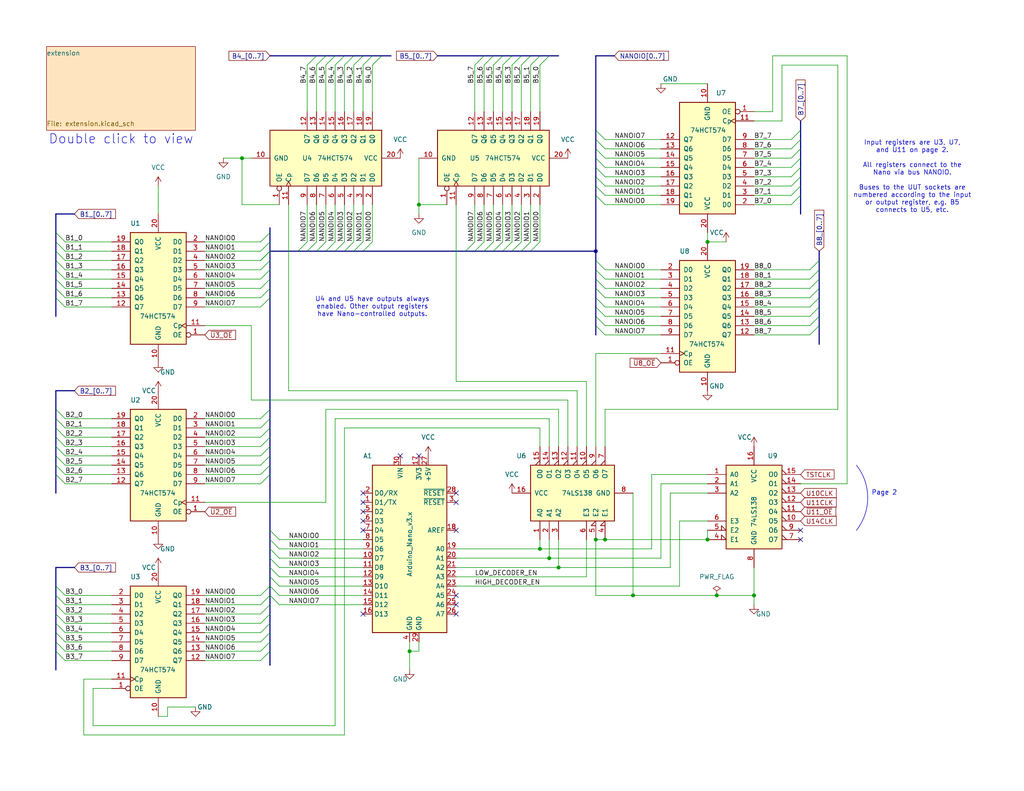
<source format=kicad_sch>
(kicad_sch (version 20231120) (generator "eeschema") (generator_version "8.0")
  (paper "USLetter")
  (title_block (title "Chip Exerciser") (company "Wholly Unnecessary Technologies (WUT)"))
  (lib_symbols
    (symbol "74xx:74HCT574" (pin_names (offset 1.016))
      (property "Reference" "U" (at -7.62 16.51 0))
      (property "Value" "74HCT574" (at -7.62 -16.51 0))
      (symbol "74HCT574_1_0"
        (pin input inverted (at -12.7 -12.7 0) (length 5.08) (name "OE") (number "1"))
        (pin power_in line (at 0 -20.32 90) (length 5.08) (name "GND") (number "10"))
        (pin input clock (at -12.7 -10.16 0) (length 5.08) (name "Cp") (number "11"))
        (pin tri_state line (at 12.7 -5.08 180) (length 5.08) (name "Q7") (number "12"))
        (pin tri_state line (at 12.7 -2.54 180) (length 5.08) (name "Q6") (number "13"))
        (pin tri_state line (at 12.7 0 180) (length 5.08) (name "Q5") (number "14"))
        (pin tri_state line (at 12.7 2.54 180) (length 5.08) (name "Q4") (number "15"))
        (pin tri_state line (at 12.7 5.08 180) (length 5.08) (name "Q3") (number "16"))
        (pin tri_state line (at 12.7 7.62 180) (length 5.08) (name "Q2") (number "17"))
        (pin tri_state line (at 12.7 10.16 180) (length 5.08) (name "Q1") (number "18"))
        (pin tri_state line (at 12.7 12.7 180) (length 5.08) (name "Q0") (number "19"))
        (pin input line (at -12.7 12.7 0) (length 5.08) (name "D0") (number "2"))
        (pin power_in line (at 0 20.32 270) (length 5.08) (name "VCC") (number "20"))
        (pin input line (at -12.7 10.16 0) (length 5.08) (name "D1") (number "3"))
        (pin input line (at -12.7 7.62 0) (length 5.08) (name "D2") (number "4"))
        (pin input line (at -12.7 5.08 0) (length 5.08) (name "D3") (number "5"))
        (pin input line (at -12.7 2.54 0) (length 5.08) (name "D4") (number "6"))
        (pin input line (at -12.7 0 0) (length 5.08) (name "D5") (number "7"))
        (pin input line (at -12.7 -2.54 0) (length 5.08) (name "D6") (number "8"))
        (pin input line (at -12.7 -5.08 0) (length 5.08) (name "D7") (number "9"))
      )
      (symbol "74HCT574_1_1"
        (rectangle (start -7.62 15.24) (end 7.62 -15.24) (stroke (width 0.254)) (fill (type background)))
      )
    )
    (symbol "74xx:74LS138" (pin_names (offset 1.016))
      (property "Reference" "U" (at -7.62 11.43 0))
      (property "Value" "74LS138" (at -7.62 -13.97 0))
      (symbol "74LS138_1_0"
        (pin input line (at -12.7 7.62 0) (length 5.08) (name "A0") (number "1"))
        (pin output output_low (at 12.7 -5.08 180) (length 5.08) (name "O5") (number "10"))
        (pin output output_low (at 12.7 -2.54 180) (length 5.08) (name "O4") (number "11"))
        (pin output output_low (at 12.7 0 180) (length 5.08) (name "O3") (number "12"))
        (pin output output_low (at 12.7 2.54 180) (length 5.08) (name "O2") (number "13"))
        (pin output output_low (at 12.7 5.08 180) (length 5.08) (name "O1") (number "14"))
        (pin output output_low (at 12.7 7.62 180) (length 5.08) (name "O0") (number "15"))
        (pin power_in line (at 0 15.24 270) (length 5.08) (name "VCC") (number "16"))
        (pin input line (at -12.7 5.08 0) (length 5.08) (name "A1") (number "2"))
        (pin input line (at -12.7 2.54 0) (length 5.08) (name "A2") (number "3"))
        (pin input input_low (at -12.7 -10.16 0) (length 5.08) (name "E1") (number "4"))
        (pin input input_low (at -12.7 -7.62 0) (length 5.08) (name "E2") (number "5"))
        (pin input line (at -12.7 -5.08 0) (length 5.08) (name "E3") (number "6"))
        (pin output output_low (at 12.7 -10.16 180) (length 5.08) (name "O7") (number "7"))
        (pin power_in line (at 0 -17.78 90) (length 5.08) (name "GND") (number "8"))
        (pin output output_low (at 12.7 -7.62 180) (length 5.08) (name "O6") (number "9"))
      )
      (symbol "74LS138_1_1"
        (rectangle (start -7.62 10.16) (end 7.62 -12.7) (stroke (width 0.254)) (fill (type background)))
      )
    )
    (symbol "MCU_Module:Arduino_Nano_v3.x"
      (property "Reference" "A" (at -10.16 23.495 0))
      (property "Value" "Arduino_Nano_v3.x" (at 5.08 -24.13 0))
      (symbol "Arduino_Nano_v3.x_0_1"
        (rectangle (start -10.16 22.86) (end 10.16 -22.86) (stroke (width 0.254)) (fill (type background)))
      )
      (symbol "Arduino_Nano_v3.x_1_1"
        (pin bidirectional line (at -12.7 12.7 0) (length 2.54) (name "D1/TX") (number "1"))
        (pin bidirectional line (at -12.7 -2.54 0) (length 2.54) (name "D7") (number "10"))
        (pin bidirectional line (at -12.7 -5.08 0) (length 2.54) (name "D8") (number "11"))
        (pin bidirectional line (at -12.7 -7.62 0) (length 2.54) (name "D9") (number "12"))
        (pin bidirectional line (at -12.7 -10.16 0) (length 2.54) (name "D10") (number "13"))
        (pin bidirectional line (at -12.7 -12.7 0) (length 2.54) (name "D11") (number "14"))
        (pin bidirectional line (at -12.7 -15.24 0) (length 2.54) (name "D12") (number "15"))
        (pin bidirectional line (at -12.7 -17.78 0) (length 2.54) (name "D13") (number "16"))
        (pin power_out line (at 2.54 25.4 270) (length 2.54) (name "3V3") (number "17"))
        (pin input line (at 12.7 5.08 180) (length 2.54) (name "AREF") (number "18"))
        (pin bidirectional line (at 12.7 0 180) (length 2.54) (name "A0") (number "19"))
        (pin bidirectional line (at -12.7 15.24 0) (length 2.54) (name "D0/RX") (number "2"))
        (pin bidirectional line (at 12.7 -2.54 180) (length 2.54) (name "A1") (number "20"))
        (pin bidirectional line (at 12.7 -5.08 180) (length 2.54) (name "A2") (number "21"))
        (pin bidirectional line (at 12.7 -7.62 180) (length 2.54) (name "A3") (number "22"))
        (pin bidirectional line (at 12.7 -10.16 180) (length 2.54) (name "A4") (number "23"))
        (pin bidirectional line (at 12.7 -12.7 180) (length 2.54) (name "A5") (number "24"))
        (pin bidirectional line (at 12.7 -15.24 180) (length 2.54) (name "A6") (number "25"))
        (pin bidirectional line (at 12.7 -17.78 180) (length 2.54) (name "A7") (number "26"))
        (pin power_out line (at 5.08 25.4 270) (length 2.54) (name "+5V") (number "27"))
        (pin input line (at 12.7 15.24 180) (length 2.54) (name "~{RESET}") (number "28"))
        (pin power_in line (at 2.54 -25.4 90) (length 2.54) (name "GND") (number "29"))
        (pin input line (at 12.7 12.7 180) (length 2.54) (name "~{RESET}") (number "3"))
        (pin power_in line (at -2.54 25.4 270) (length 2.54) (name "VIN") (number "30"))
        (pin power_in line (at 0 -25.4 90) (length 2.54) (name "GND") (number "4"))
        (pin bidirectional line (at -12.7 10.16 0) (length 2.54) (name "D2") (number "5"))
        (pin bidirectional line (at -12.7 7.62 0) (length 2.54) (name "D3") (number "6"))
        (pin bidirectional line (at -12.7 5.08 0) (length 2.54) (name "D4") (number "7"))
        (pin bidirectional line (at -12.7 2.54 0) (length 2.54) (name "D5") (number "8"))
        (pin bidirectional line (at -12.7 0 0) (length 2.54) (name "D6") (number "9"))
      )
    )
    (symbol "power:GND" (power) (pin_names (offset 0))
      (property "Value" "GND" (at 0 -3.81 0))
      (symbol "GND_0_1"
        (polyline (pts (xy 0 0) (xy 0 -1.27) (xy 1.27 -1.27) (xy 0 -2.54) (xy -1.27 -1.27) (xy 0 -1.27)))
      )
      (symbol "GND_1_1"
        (pin power_in line (at 0 0 270) (length 0) hide (name "GND") (number "1"))
      )
    )
    (symbol "power:PWR_FLAG" (power) (pin_numbers hide) (pin_names (offset 0) hide)
      (property "Value" "PWR_FLAG" (at 0 3.81 0))
      (symbol "PWR_FLAG_0_0"
        (pin power_out line (at 0 0 90) (length 0) (name "~") (number "1"))
      )
      (symbol "PWR_FLAG_0_1"
        (polyline (pts (xy 0 0) (xy 0 1.27) (xy -1.016 1.905) (xy 0 2.54) (xy 1.016 1.905) (xy 0 1.27)))
      )
    )
    (symbol "power:VCC" (power) (pin_names (offset 0))
      (property "Value" "VCC" (at 0 3.81 0))
      (symbol "VCC_0_1"
        (polyline (pts (xy -0.762 1.27) (xy 0 2.54)))
        (polyline (pts (xy 0 0) (xy 0 2.54)))
        (polyline (pts (xy 0 2.54) (xy 0.762 1.27)))
      )
      (symbol "VCC_1_1"
        (pin power_in line (at 0 0 90) (length 0) hide (name "VCC") (number "1"))
      )
    )
  )
  (junction (at 172.72 162.56))
  (junction (at 162.56 68.58))
  (junction (at 114.3 55.88))
  (junction (at 165.1 147.32))
  (junction (at 195.58 162.56))
  (junction (at 111.76 177.8))
  (junction (at 162.56 147.32))
  (junction (at 152.4 154.94))
  (junction (at 205.74 162.56))
  (junction (at 193.04 147.32))
  (junction (at 149.86 152.4))
  (junction (at 66.04 43.18))
  (junction (at 147.32 149.86))
  (junction (at 193.04 66.04))
  (no_connect (at 99.06 142.24))
  (no_connect (at 114.3 124.46))
  (no_connect (at 218.44 144.78))
  (no_connect (at 124.46 167.64))
  (no_connect (at 124.46 162.56))
  (no_connect (at 124.46 144.78))
  (no_connect (at 109.22 124.46))
  (no_connect (at 124.46 134.62))
  (no_connect (at 99.06 167.64))
  (no_connect (at 124.46 137.16))
  (no_connect (at 99.06 137.16))
  (no_connect (at 218.44 147.32))
  (no_connect (at 124.46 165.1))
  (no_connect (at 99.06 134.62))
  (no_connect (at 99.06 139.7))
  (no_connect (at 99.06 144.78))
  (bus_entry (at 99.06 68.58) (size 2.54 -2.54))
  (bus_entry (at 73.66 71.12) (size -2.54 2.54))
  (bus_entry (at 86.36 68.58) (size 2.54 -2.54))
  (bus_entry (at 15.24 119.38) (size 2.54 2.54))
  (bus_entry (at 91.44 68.58) (size 2.54 -2.54))
  (bus_entry (at 139.7 15.24) (size -2.54 2.54))
  (bus_entry (at 73.66 121.92) (size -2.54 2.54))
  (bus_entry (at 223.52 88.9) (size -2.54 2.54))
  (bus_entry (at 73.66 160.02) (size -2.54 2.54))
  (bus_entry (at 73.66 152.4) (size 2.54 2.54))
  (bus_entry (at 15.24 66.04) (size 2.54 2.54))
  (bus_entry (at 162.56 48.26) (size 2.54 2.54))
  (bus_entry (at 162.56 76.2) (size 2.54 2.54))
  (bus_entry (at 223.52 78.74) (size -2.54 2.54))
  (bus_entry (at 15.24 162.56) (size 2.54 2.54))
  (bus_entry (at 218.44 48.26) (size -2.54 2.54))
  (bus_entry (at 162.56 78.74) (size 2.54 2.54))
  (bus_entry (at 15.24 129.54) (size 2.54 2.54))
  (bus_entry (at 88.9 68.58) (size 2.54 -2.54))
  (bus_entry (at 15.24 167.64) (size 2.54 2.54))
  (bus_entry (at 73.66 165.1) (size -2.54 2.54))
  (bus_entry (at 73.66 127) (size -2.54 2.54))
  (bus_entry (at 15.24 175.26) (size 2.54 2.54))
  (bus_entry (at 86.36 15.24) (size -2.54 2.54))
  (bus_entry (at 83.82 68.58) (size 2.54 -2.54))
  (bus_entry (at 73.66 172.72) (size -2.54 2.54))
  (bus_entry (at 223.52 81.28) (size -2.54 2.54))
  (bus_entry (at 15.24 116.84) (size 2.54 2.54))
  (bus_entry (at 127 68.58) (size 2.54 -2.54))
  (bus_entry (at 73.66 63.5) (size -2.54 2.54))
  (bus_entry (at 96.52 68.58) (size 2.54 -2.54))
  (bus_entry (at 73.66 68.58) (size -2.54 2.54))
  (bus_entry (at 162.56 43.18) (size 2.54 2.54))
  (bus_entry (at 15.24 71.12) (size 2.54 2.54))
  (bus_entry (at 15.24 68.58) (size 2.54 2.54))
  (bus_entry (at 134.62 15.24) (size -2.54 2.54))
  (bus_entry (at 218.44 35.56) (size -2.54 2.54))
  (bus_entry (at 132.08 68.58) (size 2.54 -2.54))
  (bus_entry (at 162.56 81.28) (size 2.54 2.54))
  (bus_entry (at 73.66 162.56) (size -2.54 2.54))
  (bus_entry (at 129.54 68.58) (size 2.54 -2.54))
  (bus_entry (at 73.66 157.48) (size 2.54 2.54))
  (bus_entry (at 162.56 50.8) (size 2.54 2.54))
  (bus_entry (at 137.16 68.58) (size 2.54 -2.54))
  (bus_entry (at 144.78 68.58) (size 2.54 -2.54))
  (bus_entry (at 73.66 111.76) (size -2.54 2.54))
  (bus_entry (at 162.56 86.36) (size 2.54 2.54))
  (bus_entry (at 73.66 147.32) (size 2.54 2.54))
  (bus_entry (at 162.56 71.12) (size 2.54 2.54))
  (bus_entry (at 73.66 167.64) (size -2.54 2.54))
  (bus_entry (at 73.66 119.38) (size -2.54 2.54))
  (bus_entry (at 162.56 53.34) (size 2.54 2.54))
  (bus_entry (at 73.66 129.54) (size -2.54 2.54))
  (bus_entry (at 73.66 68.58) (size -2.54 2.54))
  (bus_entry (at 162.56 45.72) (size 2.54 2.54))
  (bus_entry (at 73.66 78.74) (size -2.54 2.54))
  (bus_entry (at 137.16 15.24) (size -2.54 2.54))
  (bus_entry (at 15.24 177.8) (size 2.54 2.54))
  (bus_entry (at 101.6 15.24) (size -2.54 2.54))
  (bus_entry (at 223.52 73.66) (size -2.54 2.54))
  (bus_entry (at 162.56 73.66) (size 2.54 2.54))
  (bus_entry (at 218.44 45.72) (size -2.54 2.54))
  (bus_entry (at 162.56 35.56) (size 2.54 2.54))
  (bus_entry (at 73.66 177.8) (size -2.54 2.54))
  (bus_entry (at 218.44 38.1) (size -2.54 2.54))
  (bus_entry (at 139.7 68.58) (size 2.54 -2.54))
  (bus_entry (at 142.24 68.58) (size 2.54 -2.54))
  (bus_entry (at 73.66 66.04) (size -2.54 2.54))
  (bus_entry (at 15.24 111.76) (size 2.54 2.54))
  (bus_entry (at 73.66 175.26) (size -2.54 2.54))
  (bus_entry (at 88.9 15.24) (size -2.54 2.54))
  (bus_entry (at 99.06 15.24) (size -2.54 2.54))
  (bus_entry (at 15.24 78.74) (size 2.54 2.54))
  (bus_entry (at 223.52 83.82) (size -2.54 2.54))
  (bus_entry (at 162.56 83.82) (size 2.54 2.54))
  (bus_entry (at 218.44 43.18) (size -2.54 2.54))
  (bus_entry (at 132.08 15.24) (size -2.54 2.54))
  (bus_entry (at 15.24 165.1) (size 2.54 2.54))
  (bus_entry (at 15.24 114.3) (size 2.54 2.54))
  (bus_entry (at 73.66 144.78) (size 2.54 2.54))
  (bus_entry (at 15.24 124.46) (size 2.54 2.54))
  (bus_entry (at 73.66 73.66) (size -2.54 2.54))
  (bus_entry (at 96.52 15.24) (size -2.54 2.54))
  (bus_entry (at 104.14 15.24) (size -2.54 2.54))
  (bus_entry (at 162.56 38.1) (size 2.54 2.54))
  (bus_entry (at 73.66 160.02) (size 2.54 2.54))
  (bus_entry (at 93.98 68.58) (size 2.54 -2.54))
  (bus_entry (at 73.66 124.46) (size -2.54 2.54))
  (bus_entry (at 15.24 170.18) (size 2.54 2.54))
  (bus_entry (at 93.98 15.24) (size -2.54 2.54))
  (bus_entry (at 73.66 154.94) (size 2.54 2.54))
  (bus_entry (at 91.44 15.24) (size -2.54 2.54))
  (bus_entry (at 223.52 71.12) (size -2.54 2.54))
  (bus_entry (at 149.86 15.24) (size -2.54 2.54))
  (bus_entry (at 15.24 81.28) (size 2.54 2.54))
  (bus_entry (at 73.66 116.84) (size -2.54 2.54))
  (bus_entry (at 15.24 63.5) (size 2.54 2.54))
  (bus_entry (at 134.62 68.58) (size 2.54 -2.54))
  (bus_entry (at 73.66 170.18) (size -2.54 2.54))
  (bus_entry (at 73.66 76.2) (size -2.54 2.54))
  (bus_entry (at 73.66 81.28) (size -2.54 2.54))
  (bus_entry (at 218.44 50.8) (size -2.54 2.54))
  (bus_entry (at 223.52 86.36) (size -2.54 2.54))
  (bus_entry (at 15.24 76.2) (size 2.54 2.54))
  (bus_entry (at 147.32 15.24) (size -2.54 2.54))
  (bus_entry (at 81.28 68.58) (size 2.54 -2.54))
  (bus_entry (at 15.24 127) (size 2.54 2.54))
  (bus_entry (at 15.24 160.02) (size 2.54 2.54))
  (bus_entry (at 144.78 15.24) (size -2.54 2.54))
  (bus_entry (at 142.24 15.24) (size -2.54 2.54))
  (bus_entry (at 218.44 40.64) (size -2.54 2.54))
  (bus_entry (at 73.66 149.86) (size 2.54 2.54))
  (bus_entry (at 162.56 40.64) (size 2.54 2.54))
  (bus_entry (at 15.24 172.72) (size 2.54 2.54))
  (bus_entry (at 162.56 88.9) (size 2.54 2.54))
  (bus_entry (at 73.66 114.3) (size -2.54 2.54))
  (bus_entry (at 223.52 76.2) (size -2.54 2.54))
  (bus_entry (at 15.24 121.92) (size 2.54 2.54))
  (bus_entry (at 73.66 162.56) (size 2.54 2.54))
  (bus_entry (at 218.44 53.34) (size -2.54 2.54))
  (bus_entry (at 15.24 73.66) (size 2.54 2.54))
  (wire (pts (xy 137.16 55.88) (xy 137.16 66.04)))
  (wire (pts (xy 180.34 132.08) (xy 180.34 152.4)))
  (wire (pts (xy 205.74 43.18) (xy 215.9 43.18)))
  (wire (pts (xy 43.18 195.58) (xy 45.72 195.58)))
  (bus (pts (xy 73.66 76.2) (xy 73.66 78.74)))
  (wire (pts (xy 152.4 111.76) (xy 88.9 111.76)))
  (bus (pts (xy 15.24 154.94) (xy 15.24 160.02)))
  (bus (pts (xy 93.98 68.58) (xy 91.44 68.58)))
  (bus (pts (xy 73.66 162.56) (xy 73.66 165.1)))
  (wire (pts (xy 91.44 55.88) (xy 91.44 66.04)))
  (wire (pts (xy 71.12 172.72) (xy 55.88 172.72)))
  (wire (pts (xy 91.44 198.12) (xy 25.4 198.12)))
  (bus (pts (xy 223.52 76.2) (xy 223.52 78.74)))
  (wire (pts (xy 152.4 154.94) (xy 152.4 147.32)))
  (bus (pts (xy 162.56 38.1) (xy 162.56 40.64)))
  (bus (pts (xy 162.56 73.66) (xy 162.56 76.2)))
  (wire (pts (xy 165.1 43.18) (xy 180.34 43.18)))
  (wire (pts (xy 17.78 162.56) (xy 30.48 162.56)))
  (bus (pts (xy 167.64 15.24) (xy 162.56 15.24)))
  (wire (pts (xy 99.06 17.78) (xy 99.06 30.48)))
  (wire (pts (xy 68.58 88.9) (xy 68.58 109.22)))
  (wire (pts (xy 165.1 91.44) (xy 180.34 91.44)))
  (bus (pts (xy 83.82 68.58) (xy 81.28 68.58)))
  (wire (pts (xy 134.62 55.88) (xy 134.62 66.04)))
  (wire (pts (xy 17.78 81.28) (xy 30.48 81.28)))
  (wire (pts (xy 71.12 73.66) (xy 55.88 73.66)))
  (wire (pts (xy 71.12 83.82) (xy 55.88 83.82)))
  (wire (pts (xy 17.78 76.2) (xy 30.48 76.2)))
  (wire (pts (xy 205.74 86.36) (xy 220.98 86.36)))
  (wire (pts (xy 114.3 175.26) (xy 114.3 177.8)))
  (bus (pts (xy 73.66 152.4) (xy 73.66 154.94)))
  (wire (pts (xy 162.56 162.56) (xy 162.56 147.32)))
  (wire (pts (xy 205.74 45.72) (xy 215.9 45.72)))
  (wire (pts (xy 17.78 180.34) (xy 30.48 180.34)))
  (bus (pts (xy 15.24 68.58) (xy 15.24 71.12)))
  (bus (pts (xy 139.7 15.24) (xy 142.24 15.24)))
  (wire (pts (xy 165.1 38.1) (xy 180.34 38.1)))
  (wire (pts (xy 149.86 121.92) (xy 149.86 114.3)))
  (bus (pts (xy 162.56 50.8) (xy 162.56 53.34)))
  (wire (pts (xy 228.6 111.76) (xy 228.6 17.78)))
  (bus (pts (xy 86.36 68.58) (xy 83.82 68.58)))
  (wire (pts (xy 124.46 160.02) (xy 185.42 160.02)))
  (wire (pts (xy 93.98 116.84) (xy 93.98 200.66)))
  (wire (pts (xy 182.88 134.62) (xy 182.88 154.94)))
  (wire (pts (xy 205.74 53.34) (xy 215.9 53.34)))
  (wire (pts (xy 83.82 17.78) (xy 83.82 30.48)))
  (wire (pts (xy 22.86 185.42) (xy 30.48 185.42)))
  (wire (pts (xy 17.78 177.8) (xy 30.48 177.8)))
  (wire (pts (xy 124.46 154.94) (xy 152.4 154.94)))
  (wire (pts (xy 142.24 17.78) (xy 142.24 30.48)))
  (wire (pts (xy 71.12 170.18) (xy 55.88 170.18)))
  (wire (pts (xy 76.2 160.02) (xy 99.06 160.02)))
  (wire (pts (xy 162.56 96.52) (xy 162.56 121.92)))
  (bus (pts (xy 15.24 78.74) (xy 15.24 81.28)))
  (bus (pts (xy 73.66 71.12) (xy 73.66 73.66)))
  (bus (pts (xy 162.56 15.24) (xy 162.56 35.56)))
  (bus (pts (xy 96.52 15.24) (xy 99.06 15.24)))
  (bus (pts (xy 15.24 114.3) (xy 15.24 116.84)))
  (wire (pts (xy 78.74 55.88) (xy 78.74 106.68)))
  (wire (pts (xy 165.1 50.8) (xy 180.34 50.8)))
  (bus (pts (xy 99.06 68.58) (xy 127 68.58)))
  (wire (pts (xy 139.7 17.78) (xy 139.7 30.48)))
  (wire (pts (xy 162.56 147.32) (xy 165.1 147.32)))
  (wire (pts (xy 165.1 111.76) (xy 228.6 111.76)))
  (wire (pts (xy 129.54 17.78) (xy 129.54 30.48)))
  (bus (pts (xy 132.08 15.24) (xy 134.62 15.24)))
  (bus (pts (xy 15.24 127) (xy 15.24 129.54)))
  (wire (pts (xy 17.78 119.38) (xy 30.48 119.38)))
  (wire (pts (xy 71.12 81.28) (xy 55.88 81.28)))
  (wire (pts (xy 142.24 55.88) (xy 142.24 66.04)))
  (bus (pts (xy 223.52 68.58) (xy 223.52 71.12)))
  (bus (pts (xy 73.66 165.1) (xy 73.66 167.64)))
  (wire (pts (xy 205.74 40.64) (xy 215.9 40.64)))
  (wire (pts (xy 76.2 162.56) (xy 99.06 162.56)))
  (wire (pts (xy 147.32 149.86) (xy 147.32 147.32)))
  (bus (pts (xy 93.98 15.24) (xy 96.52 15.24)))
  (wire (pts (xy 17.78 124.46) (xy 30.48 124.46)))
  (bus (pts (xy 162.56 68.58) (xy 162.56 71.12)))
  (wire (pts (xy 101.6 55.88) (xy 101.6 66.04)))
  (wire (pts (xy 17.78 114.3) (xy 30.48 114.3)))
  (wire (pts (xy 88.9 17.78) (xy 88.9 30.48)))
  (wire (pts (xy 149.86 114.3) (xy 91.44 114.3)))
  (wire (pts (xy 76.2 165.1) (xy 99.06 165.1)))
  (wire (pts (xy 165.1 81.28) (xy 180.34 81.28)))
  (bus (pts (xy 142.24 15.24) (xy 144.78 15.24)))
  (wire (pts (xy 205.74 91.44) (xy 220.98 91.44)))
  (wire (pts (xy 17.78 175.26) (xy 30.48 175.26)))
  (wire (pts (xy 205.74 88.9) (xy 220.98 88.9)))
  (wire (pts (xy 83.82 55.88) (xy 83.82 66.04)))
  (bus (pts (xy 162.56 43.18) (xy 162.56 45.72)))
  (wire (pts (xy 25.4 198.12) (xy 25.4 187.96)))
  (wire (pts (xy 71.12 127) (xy 55.88 127)))
  (wire (pts (xy 66.04 55.88) (xy 66.04 43.18)))
  (bus (pts (xy 162.56 53.34) (xy 162.56 68.58)))
  (wire (pts (xy 76.2 149.86) (xy 99.06 149.86)))
  (wire (pts (xy 71.12 116.84) (xy 55.88 116.84)))
  (wire (pts (xy 185.42 142.24) (xy 193.04 142.24)))
  (wire (pts (xy 71.12 177.8) (xy 55.88 177.8)))
  (bus (pts (xy 218.44 50.8) (xy 218.44 53.34)))
  (bus (pts (xy 15.24 177.8) (xy 15.24 182.88)))
  (wire (pts (xy 66.04 43.18) (xy 68.58 43.18)))
  (wire (pts (xy 101.6 17.78) (xy 101.6 30.48)))
  (bus (pts (xy 223.52 78.74) (xy 223.52 81.28)))
  (wire (pts (xy 205.74 78.74) (xy 220.98 78.74)))
  (wire (pts (xy 162.56 96.52) (xy 180.34 96.52)))
  (bus (pts (xy 134.62 15.24) (xy 137.16 15.24)))
  (wire (pts (xy 193.04 144.78) (xy 193.04 147.32)))
  (wire (pts (xy 228.6 17.78) (xy 213.36 17.78)))
  (wire (pts (xy 111.76 182.88) (xy 111.76 177.8)))
  (bus (pts (xy 73.66 78.74) (xy 73.66 81.28)))
  (wire (pts (xy 45.72 195.58) (xy 45.72 193.04)))
  (bus (pts (xy 73.66 172.72) (xy 73.66 175.26)))
  (bus (pts (xy 15.24 111.76) (xy 15.24 114.3)))
  (wire (pts (xy 17.78 83.82) (xy 30.48 83.82)))
  (bus (pts (xy 73.66 147.32) (xy 73.66 149.86)))
  (wire (pts (xy 134.62 17.78) (xy 134.62 30.48)))
  (wire (pts (xy 180.34 22.86) (xy 193.04 22.86)))
  (wire (pts (xy 86.36 55.88) (xy 86.36 66.04)))
  (bus (pts (xy 149.86 15.24) (xy 152.4 15.24)))
  (wire (pts (xy 205.74 81.28) (xy 220.98 81.28)))
  (wire (pts (xy 205.74 33.02) (xy 213.36 33.02)))
  (wire (pts (xy 218.44 132.08) (xy 231.14 132.08)))
  (bus (pts (xy 162.56 76.2) (xy 162.56 78.74)))
  (bus (pts (xy 218.44 33.02) (xy 218.44 35.56)))
  (wire (pts (xy 71.12 165.1) (xy 55.88 165.1)))
  (bus (pts (xy 99.06 15.24) (xy 101.6 15.24)))
  (wire (pts (xy 71.12 180.34) (xy 55.88 180.34)))
  (bus (pts (xy 15.24 160.02) (xy 15.24 162.56)))
  (wire (pts (xy 17.78 121.92) (xy 30.48 121.92)))
  (bus (pts (xy 15.24 124.46) (xy 15.24 127)))
  (wire (pts (xy 231.14 15.24) (xy 231.14 132.08)))
  (wire (pts (xy 25.4 187.96) (xy 30.48 187.96)))
  (wire (pts (xy 114.3 58.42) (xy 114.3 55.88)))
  (bus (pts (xy 15.24 172.72) (xy 15.24 175.26)))
  (bus (pts (xy 15.24 119.38) (xy 15.24 121.92)))
  (wire (pts (xy 160.02 104.14) (xy 160.02 121.92)))
  (bus (pts (xy 15.24 76.2) (xy 15.24 78.74)))
  (wire (pts (xy 17.78 170.18) (xy 30.48 170.18)))
  (wire (pts (xy 195.58 162.56) (xy 205.74 162.56)))
  (bus (pts (xy 86.36 15.24) (xy 88.9 15.24)))
  (wire (pts (xy 157.48 106.68) (xy 157.48 121.92)))
  (wire (pts (xy 147.32 116.84) (xy 93.98 116.84)))
  (bus (pts (xy 15.24 170.18) (xy 15.24 172.72)))
  (bus (pts (xy 218.44 35.56) (xy 218.44 38.1)))
  (wire (pts (xy 60.96 43.18) (xy 66.04 43.18)))
  (bus (pts (xy 15.24 73.66) (xy 15.24 76.2)))
  (wire (pts (xy 96.52 55.88) (xy 96.52 66.04)))
  (bus (pts (xy 218.44 45.72) (xy 218.44 48.26)))
  (bus (pts (xy 20.32 154.94) (xy 15.24 154.94)))
  (wire (pts (xy 17.78 78.74) (xy 30.48 78.74)))
  (bus (pts (xy 73.66 129.54) (xy 73.66 144.78)))
  (wire (pts (xy 99.06 55.88) (xy 99.06 66.04)))
  (bus (pts (xy 223.52 83.82) (xy 223.52 86.36)))
  (bus (pts (xy 223.52 73.66) (xy 223.52 76.2)))
  (wire (pts (xy 71.12 132.08) (xy 55.88 132.08)))
  (wire (pts (xy 193.04 132.08) (xy 180.34 132.08)))
  (wire (pts (xy 193.04 66.04) (xy 198.12 66.04)))
  (bus (pts (xy 162.56 48.26) (xy 162.56 50.8)))
  (bus (pts (xy 132.08 68.58) (xy 129.54 68.58)))
  (bus (pts (xy 15.24 165.1) (xy 15.24 167.64)))
  (bus (pts (xy 73.66 181.61) (xy 73.66 177.8)))
  (bus (pts (xy 223.52 88.9) (xy 223.52 93.98)))
  (bus (pts (xy 73.66 66.04) (xy 73.66 68.58)))
  (bus (pts (xy 137.16 15.24) (xy 139.7 15.24)))
  (wire (pts (xy 71.12 76.2) (xy 55.88 76.2)))
  (wire (pts (xy 71.12 78.74) (xy 55.88 78.74)))
  (wire (pts (xy 93.98 200.66) (xy 22.86 200.66)))
  (wire (pts (xy 124.46 157.48) (xy 160.02 157.48)))
  (wire (pts (xy 76.2 152.4) (xy 99.06 152.4)))
  (bus (pts (xy 134.62 68.58) (xy 132.08 68.58)))
  (wire (pts (xy 91.44 17.78) (xy 91.44 30.48)))
  (wire (pts (xy 147.32 121.92) (xy 147.32 116.84)))
  (wire (pts (xy 165.1 55.88) (xy 180.34 55.88)))
  (wire (pts (xy 165.1 78.74) (xy 180.34 78.74)))
  (wire (pts (xy 76.2 147.32) (xy 99.06 147.32)))
  (bus (pts (xy 73.66 81.28) (xy 73.66 111.76)))
  (wire (pts (xy 86.36 17.78) (xy 86.36 30.48)))
  (bus (pts (xy 162.56 83.82) (xy 162.56 86.36)))
  (bus (pts (xy 73.66 170.18) (xy 73.66 172.72)))
  (bus (pts (xy 73.66 119.38) (xy 73.66 121.92)))
  (wire (pts (xy 111.76 177.8) (xy 111.76 175.26)))
  (wire (pts (xy 17.78 116.84) (xy 30.48 116.84)))
  (wire (pts (xy 165.1 83.82) (xy 180.34 83.82)))
  (wire (pts (xy 17.78 132.08) (xy 30.48 132.08)))
  (wire (pts (xy 71.12 114.3) (xy 55.88 114.3)))
  (wire (pts (xy 132.08 55.88) (xy 132.08 66.04)))
  (bus (pts (xy 129.54 68.58) (xy 127 68.58)))
  (bus (pts (xy 73.66 62.23) (xy 73.66 63.5)))
  (wire (pts (xy 76.2 154.94) (xy 99.06 154.94)))
  (wire (pts (xy 71.12 68.58) (xy 55.88 68.58)))
  (wire (pts (xy 17.78 165.1) (xy 30.48 165.1)))
  (wire (pts (xy 55.88 71.12) (xy 71.12 71.12)))
  (bus (pts (xy 20.32 106.68) (xy 15.24 106.68)))
  (bus (pts (xy 144.78 15.24) (xy 147.32 15.24)))
  (wire (pts (xy 144.78 55.88) (xy 144.78 66.04)))
  (wire (pts (xy 193.04 63.5) (xy 193.04 66.04)))
  (wire (pts (xy 180.34 152.4) (xy 149.86 152.4)))
  (wire (pts (xy 132.08 17.78) (xy 132.08 30.48)))
  (wire (pts (xy 71.12 121.92) (xy 55.88 121.92)))
  (bus (pts (xy 73.66 157.48) (xy 73.66 160.02)))
  (bus (pts (xy 218.44 53.34) (xy 218.44 58.42)))
  (wire (pts (xy 165.1 48.26) (xy 180.34 48.26)))
  (wire (pts (xy 114.3 55.88) (xy 121.92 55.88)))
  (bus (pts (xy 73.66 167.64) (xy 73.66 170.18)))
  (bus (pts (xy 147.32 15.24) (xy 149.86 15.24)))
  (wire (pts (xy 152.4 121.92) (xy 152.4 111.76)))
  (bus (pts (xy 162.56 71.12) (xy 162.56 73.66)))
  (wire (pts (xy 210.82 15.24) (xy 210.82 30.48)))
  (bus (pts (xy 218.44 40.64) (xy 218.44 43.18)))
  (bus (pts (xy 15.24 129.54) (xy 15.24 134.62)))
  (wire (pts (xy 165.1 88.9) (xy 180.34 88.9)))
  (wire (pts (xy 185.42 160.02) (xy 185.42 142.24)))
  (bus (pts (xy 218.44 43.18) (xy 218.44 45.72)))
  (wire (pts (xy 139.7 55.88) (xy 139.7 66.04)))
  (bus (pts (xy 142.24 68.58) (xy 144.78 68.58)))
  (bus (pts (xy 15.24 116.84) (xy 15.24 119.38)))
  (bus (pts (xy 73.66 73.66) (xy 73.66 76.2)))
  (wire (pts (xy 177.8 149.86) (xy 147.32 149.86)))
  (wire (pts (xy 172.72 162.56) (xy 162.56 162.56)))
  (wire (pts (xy 55.88 137.16) (xy 88.9 137.16)))
  (wire (pts (xy 17.78 129.54) (xy 30.48 129.54)))
  (bus (pts (xy 15.24 81.28) (xy 15.24 86.36)))
  (wire (pts (xy 71.12 119.38) (xy 55.88 119.38)))
  (bus (pts (xy 73.66 160.02) (xy 73.66 162.56)))
  (wire (pts (xy 96.52 17.78) (xy 96.52 30.48)))
  (bus (pts (xy 223.52 71.12) (xy 223.52 73.66)))
  (wire (pts (xy 213.36 17.78) (xy 213.36 33.02)))
  (wire (pts (xy 43.18 50.8) (xy 43.18 58.42)))
  (wire (pts (xy 17.78 66.04) (xy 30.48 66.04)))
  (bus (pts (xy 20.32 58.42) (xy 15.24 58.42)))
  (bus (pts (xy 162.56 78.74) (xy 162.56 81.28)))
  (bus (pts (xy 218.44 48.26) (xy 218.44 50.8)))
  (wire (pts (xy 55.88 88.9) (xy 68.58 88.9)))
  (wire (pts (xy 17.78 73.66) (xy 30.48 73.66)))
  (wire (pts (xy 124.46 149.86) (xy 147.32 149.86)))
  (bus (pts (xy 218.44 38.1) (xy 218.44 40.64)))
  (wire (pts (xy 205.74 55.88) (xy 215.9 55.88)))
  (bus (pts (xy 223.52 86.36) (xy 223.52 88.9)))
  (wire (pts (xy 76.2 55.88) (xy 66.04 55.88)))
  (bus (pts (xy 88.9 68.58) (xy 86.36 68.58)))
  (wire (pts (xy 193.04 134.62) (xy 182.88 134.62)))
  (wire (pts (xy 205.74 50.8) (xy 215.9 50.8)))
  (bus (pts (xy 73.66 175.26) (xy 73.66 177.8)))
  (bus (pts (xy 88.9 15.24) (xy 91.44 15.24)))
  (wire (pts (xy 68.58 109.22) (xy 154.94 109.22)))
  (wire (pts (xy 78.74 106.68) (xy 157.48 106.68)))
  (wire (pts (xy 71.12 167.64) (xy 55.88 167.64)))
  (wire (pts (xy 165.1 147.32) (xy 193.04 147.32)))
  (wire (pts (xy 205.74 73.66) (xy 220.98 73.66)))
  (wire (pts (xy 124.46 104.14) (xy 160.02 104.14)))
  (bus (pts (xy 73.66 116.84) (xy 73.66 119.38)))
  (wire (pts (xy 177.8 129.54) (xy 177.8 149.86)))
  (bus (pts (xy 15.24 106.68) (xy 15.24 111.76)))
  (wire (pts (xy 205.74 38.1) (xy 215.9 38.1)))
  (wire (pts (xy 17.78 172.72) (xy 30.48 172.72)))
  (bus (pts (xy 81.28 68.58) (xy 73.66 68.58)))
  (wire (pts (xy 165.1 121.92) (xy 165.1 111.76)))
  (bus (pts (xy 73.66 121.92) (xy 73.66 124.46)))
  (bus (pts (xy 101.6 15.24) (xy 104.14 15.24)))
  (wire (pts (xy 172.72 134.62) (xy 172.72 162.56)))
  (wire (pts (xy 76.2 157.48) (xy 99.06 157.48)))
  (wire (pts (xy 182.88 154.94) (xy 152.4 154.94)))
  (wire (pts (xy 165.1 53.34) (xy 180.34 53.34)))
  (wire (pts (xy 88.9 111.76) (xy 88.9 137.16)))
  (wire (pts (xy 172.72 162.56) (xy 195.58 162.56)))
  (bus (pts (xy 137.16 68.58) (xy 134.62 68.58)))
  (bus (pts (xy 15.24 162.56) (xy 15.24 165.1)))
  (bus (pts (xy 15.24 175.26) (xy 15.24 177.8)))
  (wire (pts (xy 124.46 152.4) (xy 149.86 152.4)))
  (wire (pts (xy 124.46 55.88) (xy 124.46 104.14)))
  (wire (pts (xy 137.16 17.78) (xy 137.16 30.48)))
  (wire (pts (xy 88.9 55.88) (xy 88.9 66.04)))
  (wire (pts (xy 45.72 193.04) (xy 53.34 193.04)))
  (bus (pts (xy 73.66 149.86) (xy 73.66 152.4)))
  (wire (pts (xy 71.12 129.54) (xy 55.88 129.54)))
  (bus (pts (xy 144.78 68.58) (xy 162.56 68.58)))
  (bus (pts (xy 91.44 15.24) (xy 93.98 15.24)))
  (wire (pts (xy 165.1 45.72) (xy 180.34 45.72)))
  (bus (pts (xy 162.56 81.28) (xy 162.56 83.82)))
  (wire (pts (xy 114.3 55.88) (xy 114.3 43.18)))
  (bus (pts (xy 15.24 71.12) (xy 15.24 73.66)))
  (wire (pts (xy 210.82 15.24) (xy 231.14 15.24)))
  (wire (pts (xy 165.1 73.66) (xy 180.34 73.66)))
  (wire (pts (xy 93.98 17.78) (xy 93.98 30.48)))
  (bus (pts (xy 162.56 45.72) (xy 162.56 48.26)))
  (wire (pts (xy 205.74 48.26) (xy 215.9 48.26)))
  (wire (pts (xy 55.88 66.04) (xy 71.12 66.04)))
  (wire (pts (xy 160.02 157.48) (xy 160.02 147.32)))
  (wire (pts (xy 111.76 177.8) (xy 114.3 177.8)))
  (wire (pts (xy 129.54 55.88) (xy 129.54 66.04)))
  (wire (pts (xy 93.98 55.88) (xy 93.98 66.04)))
  (bus (pts (xy 139.7 68.58) (xy 142.24 68.58)))
  (wire (pts (xy 22.86 200.66) (xy 22.86 185.42)))
  (wire (pts (xy 154.94 109.22) (xy 154.94 121.92)))
  (wire (pts (xy 205.74 83.82) (xy 220.98 83.82)))
  (wire (pts (xy 147.32 17.78) (xy 147.32 30.48)))
  (bus (pts (xy 162.56 86.36) (xy 162.56 88.9)))
  (bus (pts (xy 73.66 63.5) (xy 73.66 66.04)))
  (bus (pts (xy 162.56 40.64) (xy 162.56 43.18)))
  (bus (pts (xy 73.66 15.24) (xy 86.36 15.24)))
  (bus (pts (xy 223.52 81.28) (xy 223.52 83.82)))
  (bus (pts (xy 73.66 144.78) (xy 73.66 147.32)))
  (wire (pts (xy 205.74 30.48) (xy 210.82 30.48)))
  (wire (pts (xy 144.78 17.78) (xy 144.78 30.48)))
  (wire (pts (xy 193.04 129.54) (xy 177.8 129.54)))
  (bus (pts (xy 73.66 111.76) (xy 73.66 114.3)))
  (bus (pts (xy 104.14 15.24) (xy 106.68 15.24)))
  (bus (pts (xy 162.56 88.9) (xy 162.56 91.44)))
  (bus (pts (xy 73.66 154.94) (xy 73.66 157.48)))
  (wire (pts (xy 17.78 71.12) (xy 30.48 71.12)))
  (bus (pts (xy 73.66 127) (xy 73.66 129.54)))
  (bus (pts (xy 137.16 68.58) (xy 139.7 68.58)))
  (wire (pts (xy 147.32 55.88) (xy 147.32 66.04)))
  (bus (pts (xy 15.24 66.04) (xy 15.24 68.58)))
  (bus (pts (xy 99.06 68.58) (xy 96.52 68.58)))
  (wire (pts (xy 165.1 86.36) (xy 180.34 86.36)))
  (wire (pts (xy 71.12 162.56) (xy 55.88 162.56)))
  (wire (pts (xy 205.74 154.94) (xy 205.74 162.56)))
  (bus (pts (xy 162.56 35.56) (xy 162.56 38.1)))
  (bus (pts (xy 73.66 68.58) (xy 73.66 71.12)))
  (wire (pts (xy 149.86 152.4) (xy 149.86 147.32)))
  (wire (pts (xy 205.74 76.2) (xy 220.98 76.2)))
  (bus (pts (xy 15.24 167.64) (xy 15.24 170.18)))
  (wire (pts (xy 71.12 175.26) (xy 55.88 175.26)))
  (bus (pts (xy 119.38 15.24) (xy 132.08 15.24)))
  (bus (pts (xy 15.24 63.5) (xy 15.24 66.04)))
  (wire (pts (xy 165.1 40.64) (xy 180.34 40.64)))
  (wire (pts (xy 205.74 162.56) (xy 205.74 165.1)))
  (bus (pts (xy 73.66 124.46) (xy 73.66 127)))
  (bus (pts (xy 96.52 68.58) (xy 93.98 68.58)))
  (wire (pts (xy 17.78 68.58) (xy 30.48 68.58)))
  (bus (pts (xy 15.24 121.92) (xy 15.24 124.46)))
  (wire (pts (xy 17.78 127) (xy 30.48 127)))
  (wire (pts (xy 17.78 167.64) (xy 30.48 167.64)))
  (wire (pts (xy 165.1 76.2) (xy 180.34 76.2)))
  (bus (pts (xy 91.44 68.58) (xy 88.9 68.58)))
  (wire (pts (xy 91.44 114.3) (xy 91.44 198.12)))
  (bus (pts (xy 73.66 114.3) (xy 73.66 116.84)))
  (bus (pts (xy 15.24 58.42) (xy 15.24 63.5)))
  (wire (pts (xy 71.12 124.46) (xy 55.88 124.46)))
  (arc (start 233.68 127) (mid 236.7536 135.89) (end 233.68 144.78))
  (text "Page 2" (at 241.3 134.62 0) (effects (font (size 1.27 1.27))))
  (text "Input registers are U3, U7,\nand U11 on page 2.\n\nAll registers connect to the\nNano via bus NANOIO.\n\nBuses to the UUT sockets are\nnumbered according to the input\nor output register, e.g. B5\nconnects to U5, etc." (at 248.92 48.26 0) (effects (font (size 1.27 1.27))))
  (text "U4 and U5 have outputs always\nenabled. Other output registers\nhave Nano-controlled outputs." (at 101.6 83.82 0) (effects (font (size 1.27 1.27))))
  (text "Double click to view" (at 33.02 38.1 0) (effects (font (size 2.54 2.54))))
  (label "NANOIO4" (at 78.74 157.48 0))
  (label "B7_2" (at 205.74 50.8 0))
  (label "B7_1" (at 205.74 53.34 0))
  (label "B3_3" (at 17.78 170.18 0))
  (label "B8_1" (at 205.74 76.2 0))
  (label "NANOIO3" (at 139.7 66.04 90))
  (label "NANOIO5" (at 88.9 66.04 90))
  (label "B4_4" (at 91.44 22.86 90))
  (label "NANOIO4" (at 91.44 66.04 90))
  (label "NANOIO4" (at 167.64 45.72 0))
  (label "B4_0" (at 101.6 22.86 90))
  (label "B5_6" (at 132.08 22.86 90))
  (label "B1_1" (at 17.78 68.58 0))
  (label "B5_3" (at 139.7 22.86 90))
  (label "NANOIO0" (at 101.6 66.04 90))
  (label "B7_0" (at 205.74 55.88 0))
  (label "NANOIO1" (at 167.64 53.34 0))
  (label "NANOIO1" (at 55.88 116.84 0))
  (label "NANOIO5" (at 167.64 43.18 0))
  (label "NANOIO2" (at 96.52 66.04 90))
  (label "B1_0" (at 17.78 66.04 0))
  (label "B1_2" (at 17.78 71.12 0))
  (label "NANOIO7" (at 78.74 165.1 0))
  (label "NANOIO3" (at 167.64 48.26 0))
  (label "NANOIO5" (at 55.88 175.26 0))
  (label "B5_0" (at 147.32 22.86 90))
  (label "NANOIO6" (at 55.88 129.54 0))
  (label "B4_7" (at 83.82 22.86 90))
  (label "NANOIO3" (at 167.64 81.28 0))
  (label "B8_6" (at 205.74 88.9 0))
  (label "NANOIO7" (at 167.64 38.1 0))
  (label "NANOIO6" (at 78.74 162.56 0))
  (label "B3_6" (at 17.78 177.8 0))
  (label "B3_7" (at 17.78 180.34 0))
  (label "NANOIO2" (at 55.88 119.38 0))
  (label "NANOIO5" (at 55.88 78.74 0))
  (label "B4_6" (at 86.36 22.86 90))
  (label "B2_2" (at 17.78 119.38 0))
  (label "NANOIO2" (at 142.24 66.04 90))
  (label "NANOIO2" (at 55.88 167.64 0))
  (label "B2_0" (at 17.78 114.3 0))
  (label "NANOIO6" (at 86.36 66.04 90))
  (label "B2_7" (at 17.78 132.08 0))
  (label "NANOIO6" (at 167.64 40.64 0))
  (label "B7_5" (at 205.74 43.18 0))
  (label "NANOIO1" (at 144.78 66.04 90))
  (label "NANOIO3" (at 78.74 154.94 0))
  (label "B5_1" (at 144.78 22.86 90))
  (label "B2_1" (at 17.78 116.84 0))
  (label "B1_3" (at 17.78 73.66 0))
  (label "NANOIO0" (at 55.88 114.3 0))
  (label "B7_4" (at 205.74 45.72 0))
  (label "NANOIO4" (at 167.64 83.82 0))
  (label "B2_4" (at 17.78 124.46 0))
  (label "B4_3" (at 93.98 22.86 90))
  (label "NANOIO2" (at 167.64 78.74 0))
  (label "B2_5" (at 17.78 127 0))
  (label "NANOIO0" (at 167.64 73.66 0))
  (label "LOW_DECODER_EN" (at 129.54 157.48 0))
  (label "NANOIO3" (at 55.88 121.92 0))
  (label "B3_1" (at 17.78 165.1 0))
  (label "NANOIO7" (at 55.88 132.08 0))
  (label "NANOIO0" (at 147.32 66.04 90))
  (label "B4_5" (at 88.9 22.86 90))
  (label "B3_0" (at 17.78 162.56 0))
  (label "NANOIO4" (at 55.88 172.72 0))
  (label "B7_6" (at 205.74 40.64 0))
  (label "NANOIO4" (at 55.88 124.46 0))
  (label "NANOIO1" (at 55.88 68.58 0))
  (label "NANOIO4" (at 137.16 66.04 90))
  (label "NANOIO5" (at 78.74 160.02 0))
  (label "NANOIO7" (at 83.82 66.04 90))
  (label "B8_2" (at 205.74 78.74 0))
  (label "NANOIO1" (at 78.74 149.86 0))
  (label "NANOIO4" (at 55.88 76.2 0))
  (label "NANOIO5" (at 55.88 127 0))
  (label "B1_4" (at 17.78 76.2 0))
  (label "B3_2" (at 17.78 167.64 0))
  (label "B4_2" (at 96.52 22.86 90))
  (label "NANOIO2" (at 78.74 152.4 0))
  (label "NANOIO3" (at 55.88 170.18 0))
  (label "NANOIO2" (at 167.64 50.8 0))
  (label "HIGH_DECODER_EN" (at 129.54 160.02 0))
  (label "NANOIO6" (at 55.88 177.8 0))
  (label "B1_7" (at 17.78 83.82 0))
  (label "NANOIO7" (at 55.88 180.34 0))
  (label "B5_5" (at 134.62 22.86 90))
  (label "B8_5" (at 205.74 86.36 0))
  (label "B3_4" (at 17.78 172.72 0))
  (label "B2_3" (at 17.78 121.92 0))
  (label "B5_7" (at 129.54 22.86 90))
  (label "B8_0" (at 205.74 73.66 0))
  (label "B5_2" (at 142.24 22.86 90))
  (label "NANOIO3" (at 93.98 66.04 90))
  (label "B8_3" (at 205.74 81.28 0))
  (label "B8_7" (at 205.74 91.44 0))
  (label "NANOIO6" (at 132.08 66.04 90))
  (label "NANOIO0" (at 78.74 147.32 0))
  (label "B7_7" (at 205.74 38.1 0))
  (label "NANOIO5" (at 134.62 66.04 90))
  (label "NANOIO0" (at 55.88 66.04 0))
  (label "NANOIO7" (at 167.64 91.44 0))
  (label "NANOIO6" (at 167.64 88.9 0))
  (label "NANOIO0" (at 55.88 162.56 0))
  (label "B8_4" (at 205.74 83.82 0))
  (label "NANOIO2" (at 55.88 71.12 0))
  (label "NANOIO7" (at 129.54 66.04 90))
  (label "B5_4" (at 137.16 22.86 90))
  (label "NANOIO1" (at 55.88 165.1 0))
  (label "NANOIO3" (at 55.88 73.66 0))
  (label "NANOIO6" (at 55.88 81.28 0))
  (label "NANOIO1" (at 167.64 76.2 0))
  (label "NANOIO1" (at 99.06 66.04 90))
  (label "NANOIO0" (at 167.64 55.88 0))
  (label "B4_1" (at 99.06 22.86 90))
  (label "B2_6" (at 17.78 129.54 0))
  (label "NANOIO5" (at 167.64 86.36 0))
  (label "NANOIO7" (at 55.88 83.82 0))
  (label "B3_5" (at 17.78 175.26 0))
  (label "B1_5" (at 17.78 78.74 0))
  (label "B1_6" (at 17.78 81.28 0))
  (label "B7_3" (at 205.74 48.26 0))
  (global_label "B8_[0..7]" (shape input) (at 223.52 68.58 90) (property "Intersheetrefs" "${INTERSHEET_REFS}" (effects (hide yes))))
  (global_label "B1_[0..7]" (shape input) (at 20.32 58.42 0) (property "Intersheetrefs" "${INTERSHEET_REFS}" (effects (hide yes))))
  (global_label "NANOIO[0..7]" (shape input) (at 167.64 15.24 0) (property "Intersheetrefs" "${INTERSHEET_REFS}" (effects (hide yes))))
  (global_label "U10CLK" (shape input) (at 218.44 134.62 0) (property "Intersheetrefs" "${INTERSHEET_REFS}" (effects (hide yes))))
  (global_label "U14CLK" (shape input) (at 218.44 142.24 0) (property "Intersheetrefs" "${INTERSHEET_REFS}" (effects (hide yes))))
  (global_label "~{U8_OE}" (shape input) (at 180.34 99.06 180) (property "Intersheetrefs" "${INTERSHEET_REFS}" (effects (hide yes))))
  (global_label "TSTCLK" (shape input) (at 218.44 129.54 0) (property "Intersheetrefs" "${INTERSHEET_REFS}" (effects (hide yes))))
  (global_label "B3_[0..7]" (shape input) (at 20.32 154.94 0) (property "Intersheetrefs" "${INTERSHEET_REFS}" (effects (hide yes))))
  (global_label "U11CLK" (shape input) (at 218.44 137.16 0) (property "Intersheetrefs" "${INTERSHEET_REFS}" (effects (hide yes))))
  (global_label "~{U3_OE}" (shape input) (at 55.88 91.44 0) (property "Intersheetrefs" "${INTERSHEET_REFS}" (effects (hide yes))))
  (global_label "~{U11_OE}" (shape input) (at 218.44 139.7 0) (property "Intersheetrefs" "${INTERSHEET_REFS}" (effects (hide yes))))
  (global_label "B5_[0..7]" (shape input) (at 119.38 15.24 180) (property "Intersheetrefs" "${INTERSHEET_REFS}" (effects (hide yes))))
  (global_label "B4_[0..7]" (shape input) (at 73.66 15.24 180) (property "Intersheetrefs" "${INTERSHEET_REFS}" (effects (hide yes))))
  (global_label "B2_[0..7]" (shape input) (at 20.32 106.68 0) (property "Intersheetrefs" "${INTERSHEET_REFS}" (effects (hide yes))))
  (global_label "~{U2_OE}" (shape input) (at 55.88 139.7 0) (property "Intersheetrefs" "${INTERSHEET_REFS}" (effects (hide yes))))
  (global_label "B7_[0..7]" (shape input) (at 218.44 33.02 90) (property "Intersheetrefs" "${INTERSHEET_REFS}" (effects (hide yes))))
  (symbol (lib_id "power:PWR_FLAG") (at 195.58 162.56 0) (unit 1)
    (property "Reference" "#FLG01" (effects (hide yes)))
    (property "Value" "PWR_FLAG" (at 195.58 157.48 0))
    (property "Description" "Special symbol for telling ERC where power comes from" (effects (hide yes)))
  )
  (symbol (lib_id "power:GND") (at 205.74 165.1 0) (unit 1)
    (property "Reference" "#PWR017" (effects (hide yes)))
    (property "Value" "GND" (at 208.28 167.64 0))
  )
  (symbol (lib_id "74xx:74HCT574") (at 193.04 43.18 180) (unit 1)
    (property "Reference" "U7" (at 198.12 25.4 0) (effects (justify left)))
    (property "Value" "74HCT574" (at 198.12 35.56 0) (effects (justify left)))
    (property "Datasheet" "http://www.ti.com/lit/gpn/sn74HCT574" (effects (hide yes)))
  )
  (symbol (lib_id "74xx:74LS138") (at 205.74 137.16 0) (unit 1)
    (property "Reference" "U9" (at 210.82 124.46 0))
    (property "Value" "74LS138" (at 205.74 139.7 90))
    (property "Datasheet" "http://www.ti.com/lit/gpn/sn74LS138" (effects (hide yes)))
  )
  (symbol (lib_id "74xx:74HCT574") (at 88.9 43.18 270) (mirror x) (unit 1)
    (property "Reference" "U4" (at 83.82 43.18 90))
    (property "Value" "74HCT574" (at 91.44 43.18 90))
    (property "Datasheet" "http://www.ti.com/lit/gpn/sn74HCT574" (effects (hide yes)))
  )
  (symbol (lib_id "power:GND") (at 180.34 22.86 0) (unit 1)
    (property "Reference" "#PWR014" (effects (hide yes)))
    (property "Value" "GND" (at 182.88 21.59 0))
  )
  (symbol (lib_id "74xx:74HCT574") (at 43.18 175.26 0) (unit 1)
    (property "Reference" "U3" (at 35.56 157.48 0) (effects (justify left)))
    (property "Value" "74HCT574" (at 38.1 182.88 0) (effects (justify left)))
    (property "Datasheet" "http://www.ti.com/lit/gpn/sn74HCT574" (effects (hide yes)))
  )
  (symbol (lib_id "power:VCC") (at 139.7 134.62 0) (unit 1)
    (property "Reference" "#PWR012" (effects (hide yes)))
    (property "Value" "VCC" (at 139.7 129.54 0))
  )
  (symbol (lib_id "power:VCC") (at 109.22 43.18 0) (unit 1)
    (property "Reference" "#PWR08" (effects (hide yes)))
    (property "Value" "VCC" (at 109.22 38.1 0))
  )
  (symbol (lib_id "power:GND") (at 114.3 58.42 0) (unit 1)
    (property "Reference" "#PWR010" (effects (hide yes)))
    (property "Value" "GND" (at 114.3 63.5 0))
  )
  (symbol (lib_id "power:VCC") (at 154.94 43.18 0) (unit 1)
    (property "Reference" "#PWR013" (effects (hide yes)))
    (property "Value" "VCC" (at 154.94 38.1 0))
  )
  (symbol (lib_id "power:GND") (at 111.76 182.88 0) (unit 1)
    (property "Reference" "#PWR09" (effects (hide yes)))
    (property "Value" "GND" (at 109.22 185.42 0))
  )
  (symbol (lib_id "74xx:74HCT574") (at 43.18 127 0) (mirror y) (unit 1)
    (property "Reference" "U2" (at 35.56 109.22 0) (effects (justify right)))
    (property "Value" "74HCT574" (at 38.1 134.62 0) (effects (justify right)))
    (property "Datasheet" "http://www.ti.com/lit/gpn/sn74HCT574" (effects (hide yes)))
  )
  (symbol (lib_id "power:GND") (at 43.18 147.32 0) (unit 1)
    (property "Reference" "#PWR04" (effects (hide yes)))
    (property "Value" "GND" (at 45.72 149.86 0))
  )
  (symbol (lib_id "power:VCC") (at 198.12 66.04 0) (unit 1)
    (property "Reference" "#PWR019" (effects (hide yes)))
    (property "Value" "VCC" (at 195.58 63.5 0))
  )
  (symbol (lib_id "74xx:74HCT574") (at 43.18 78.74 0) (mirror y) (unit 1)
    (property "Reference" "U1" (at 35.56 60.96 0) (effects (justify right)))
    (property "Value" "74HCT574" (at 38.1 86.36 0) (effects (justify right)))
    (property "Datasheet" "http://www.ti.com/lit/gpn/sn74HCT574" (effects (hide yes)))
  )
  (symbol (lib_id "power:GND") (at 60.96 43.18 0) (unit 1)
    (property "Reference" "#PWR07" (effects (hide yes)))
    (property "Value" "GND" (at 60.96 48.26 0))
  )
  (symbol (lib_id "power:VCC") (at 43.18 106.68 0) (unit 1)
    (property "Reference" "#PWR03" (effects (hide yes)))
    (property "Value" "VCC" (at 40.64 106.68 0))
  )
  (symbol (lib_id "power:VCC") (at 43.18 50.8 0) (unit 1)
    (property "Reference" "#PWR01" (effects (hide yes)))
    (property "Value" "VCC" (at 43.18 45.72 0))
  )
  (symbol (lib_id "74xx:74LS138") (at 154.94 134.62 90) (unit 1)
    (property "Reference" "U6" (at 142.24 124.46 90))
    (property "Value" "74LS138" (at 157.48 134.62 90))
    (property "Datasheet" "http://www.ti.com/lit/gpn/sn74LS138" (effects (hide yes)))
  )
  (symbol (lib_id "MCU_Module:Arduino_Nano_v3.x") (at 111.76 149.86 0) (unit 1)
    (property "Reference" "A1" (at 99.06 124.46 0) (effects (justify left)))
    (property "Value" "Arduino_Nano_v3.x" (at 111.76 157.48 90) (effects (justify left)))
    (property "Footprint" "Module:Arduino_Nano" (effects (hide yes)))
    (property "Datasheet" "http://www.mouser.com/pdfdocs/Gravitech_Arduino_Nano3_0.pdf" (effects (hide yes)))
  )
  (symbol (lib_id "power:VCC") (at 205.74 121.92 0) (unit 1)
    (property "Reference" "#PWR016" (effects (hide yes)))
    (property "Value" "VCC" (at 203.2 119.38 0))
  )
  (symbol (lib_id "74xx:74HCT574") (at 134.62 43.18 270) (mirror x) (unit 1)
    (property "Reference" "U5" (at 129.54 43.18 90))
    (property "Value" "74HCT574" (at 137.16 43.18 90))
    (property "Datasheet" "http://www.ti.com/lit/gpn/sn74HCT574" (effects (hide yes)))
  )
  (symbol (lib_id "power:VCC") (at 116.84 124.46 0) (unit 1)
    (property "Reference" "#PWR011" (effects (hide yes)))
    (property "Value" "VCC" (at 116.84 119.38 0))
  )
  (symbol (lib_id "power:GND") (at 193.04 106.68 0) (unit 1)
    (property "Reference" "#PWR015" (effects (hide yes)))
    (property "Value" "GND" (at 195.58 105.41 0))
  )
  (symbol (lib_id "power:VCC") (at 43.18 154.94 0) (unit 1)
    (property "Reference" "#PWR05" (effects (hide yes)))
    (property "Value" "VCC" (at 40.64 154.94 0))
  )
  (symbol (lib_id "power:GND") (at 53.34 193.04 0) (unit 1)
    (property "Reference" "#PWR06" (effects (hide yes)))
    (property "Value" "GND" (at 55.88 193.04 0))
  )
  (symbol (lib_id "74xx:74HCT574") (at 193.04 86.36 0) (unit 1)
    (property "Reference" "U8" (at 185.42 68.58 0) (effects (justify left)))
    (property "Value" "74HCT574" (at 187.96 93.98 0) (effects (justify left)))
    (property "Datasheet" "http://www.ti.com/lit/gpn/sn74HCT574" (effects (hide yes)))
  )
  (symbol (lib_id "power:GND") (at 43.18 99.06 0) (unit 1)
    (property "Reference" "#PWR02" (effects (hide yes)))
    (property "Value" "GND" (at 45.72 101.6 0))
  )
  (sheet (at 12.7 12.7) (size 40.64 22.86) (stroke (width 0.1524)) (fill (color 255 229 191 1.0000))
    (property "Sheetname" "extension" (at 12.7 15.24 0) (effects (justify left bottom)))
    (property "Sheetfile" "extension.kicad_sch" (at 12.7 33.02 0) (effects (justify left top)))
  )
)
</source>
